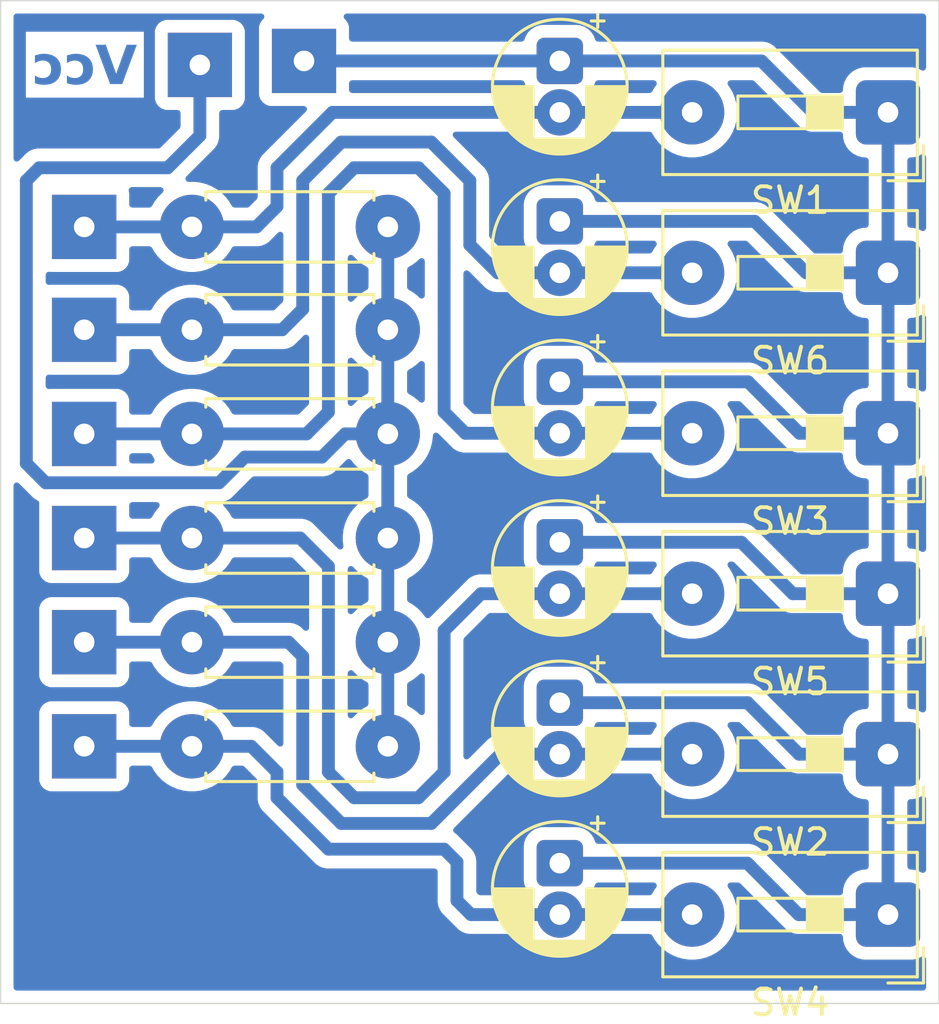
<source format=kicad_pcb>
(kicad_pcb (version 20241229) (generator "pcbnew") (generator_version "9.0")
  (layers (0 "F.Cu" signal) (2 "B.Cu" signal) (13 "F.Paste" user) (15 "B.Paste" user) (5 "F.SilkS" user "F.Silkscreen") (7 "B.SilkS" user "B.Silkscreen") (1 "F.Mask" user) (3 "B.Mask" user) (25 "Edge.Cuts" user))
  (net 0 "")
  (net 1 "Net-(5V1-Pin_1)")
  (net 2 "Net-(SW1A-B)")
  (net 3 "Net-(GND1-Pin_1)")
  (net 4 "Net-(SW2A-B)")
  (net 5 "Net-(SW3A-B)")
  (net 6 "Net-(SW4A-B)")
  (net 7 "Net-(SW5A-B)")
  (net 8 "Net-(SW6A-B)")
  (footprint "Library:PinHeader_1x01_P1.00mm_VerticalBIG" (layer "F.Cu") (at 142.5 23.3)
    (property "Reference" "TERMINAL1" (hide yes))
    (property "Value" "Out 5V/0V" (hide yes))
    (pad "1" thru_hole rect (at 0 0) (size 2.5 2.5) (drill 0.8) (layers "*.Cu" "*.Mask") (net 2 "Net-(SW1A-B)") (clearance 0))
  )
  (footprint "Library:PinHeader_1x01_P1.00mm_VerticalBIG" (layer "F.Cu") (at 142.5 43.5)
    (property "Reference" "TERMINAL2" (hide yes))
    (property "Value" "Out 5V/0V" (hide yes))
    (pad "1" thru_hole rect (at 0 0) (size 2.5 2.5) (drill 0.8) (layers "*.Cu" "*.Mask") (net 6 "Net-(SW4A-B)") (clearance 0))
  )
  (footprint "Library:R_Axial_DIN0207_L6.3mm_D2.5mm_P7.62mm_HorizontalBIG" (layer "F.Cu") (at 154.31 27.3 180)
    (property "Reference" "R6" (hide yes))
    (property "Value" "1K OHM" (hide yes))
    (pad "1" thru_hole circle (at 0 0 180) (size 2.5 2.5) (drill 0.8) (layers "*.Cu" "*.Mask") (net 1 "Net-(5V1-Pin_1)"))
    (pad "2" thru_hole circle (at 7.62 0 180) (size 2.5 2.5) (drill 0.8) (layers "*.Cu" "*.Mask") (net 8 "Net-(SW6A-B)"))
  )
  (footprint "Library:R_Axial_DIN0207_L6.3mm_D2.5mm_P7.62mm_HorizontalBIG" (layer "F.Cu") (at 154.31 35.4 180)
    (property "Reference" "R4" (hide yes))
    (property "Value" "1K OHM" (hide yes))
    (pad "1" thru_hole circle (at 0 0 180) (size 2.5 2.5) (drill 0.8) (layers "*.Cu" "*.Mask") (net 1 "Net-(5V1-Pin_1)"))
    (pad "2" thru_hole circle (at 7.62 0 180) (size 2.5 2.5) (drill 0.8) (layers "*.Cu" "*.Mask") (net 7 "Net-(SW5A-B)"))
  )
  (footprint "Library:PinHeader_1x01_P1.00mm_VerticalBIG" (layer "F.Cu") (at 142.5 27.3)
    (property "Reference" "TERMINAL6" (hide yes))
    (property "Value" "Out 5V/0V" (hide yes))
    (pad "1" thru_hole rect (at 0 0) (size 2.5 2.5) (drill 0.8) (layers "*.Cu" "*.Mask") (net 8 "Net-(SW6A-B)") (clearance 0))
  )
  (footprint "Library:PinHeader_1x01_P1.00mm_VerticalBIG" (layer "F.Cu") (at 142.5 35.4)
    (property "Reference" "TERMINAL4" (hide yes))
    (property "Value" "Out 5V/0V" (hide yes))
    (pad "1" thru_hole rect (at 0 0) (size 2.5 2.5) (drill 0.8) (layers "*.Cu" "*.Mask") (net 7 "Net-(SW5A-B)") (clearance 0))
  )
  (footprint "Library:R_Axial_DIN0207_L6.3mm_D2.5mm_P7.62mm_HorizontalBIG" (layer "F.Cu") (at 154.31 23.3 180)
    (property "Reference" "R1" (hide yes))
    (property "Value" "1K OHM" (hide yes))
    (pad "1" thru_hole circle (at 0 0 180) (size 2.5 2.5) (drill 0.8) (layers "*.Cu" "*.Mask") (net 1 "Net-(5V1-Pin_1)"))
    (pad "2" thru_hole circle (at 7.62 0 180) (size 2.5 2.5) (drill 0.8) (layers "*.Cu" "*.Mask") (net 2 "Net-(SW1A-B)"))
  )
  (footprint "Library:R_Axial_DIN0207_L6.3mm_D2.5mm_P7.62mm_HorizontalBIG" (layer "F.Cu") (at 154.31 31.35 180)
    (property "Reference" "R5" (hide yes))
    (property "Value" "1K OHM" (hide yes))
    (pad "1" thru_hole circle (at 0 0 180) (size 2.5 2.5) (drill 0.8) (layers "*.Cu" "*.Mask") (net 1 "Net-(5V1-Pin_1)"))
    (pad "2" thru_hole circle (at 7.62 0 180) (size 2.5 2.5) (drill 0.8) (layers "*.Cu" "*.Mask") (net 5 "Net-(SW3A-B)"))
  )
  (footprint "Library:CP_Radial_D5.0mm_P2.00mmBIG" (layer "F.Cu") (at 161 16.844888 -90)
    (property "Reference" "C1" (hide yes))
    (property "Value" "0.1uF" (hide yes))
    (pad "1" thru_hole roundrect (at 0 0 270) (size 1.8 1.8) (drill 0.8) (layers "*.Cu" "*.Mask") (roundrect_rratio 0.15625) (net 3 "Net-(GND1-Pin_1)"))
    (pad "2" thru_hole circle (at 2 0 270) (size 1.8 1.8) (drill 0.8) (layers "*.Cu" "*.Mask") (net 2 "Net-(SW1A-B)"))
  )
  (footprint "Library:PinHeader_1x01_P1.00mm_VerticalBIG" (layer "F.Cu") (at 151.05 16.844888 90)
    (property "Reference" "GND1" (hide yes))
    (property "Value" "~" (hide yes))
    (pad "1" thru_hole rect (at 0 0 90) (size 2.5 2.5) (drill 0.8) (layers "*.Cu" "*.Mask") (net 3 "Net-(GND1-Pin_1)") (clearance 0))
  )
  (footprint "Library:SW_DIP_SPSTx01_Slide_9.78x4.72mm_W7.62mm_P2.54mmBIG" (layer "F.Cu") (at 173.7675 43.804888 180)
    (property "Reference" "SW2" (at 3.81 -3.42 0) (layer "F.SilkS"))
    (property "Value" "SW_DPST_x2")
    (pad "1" thru_hole roundrect (at 0 0 180) (size 2.5 2.5) (drill 0.8) (layers "*.Cu" "*.Mask") (roundrect_rratio 0.15625) (net 3 "Net-(GND1-Pin_1)"))
    (pad "2" thru_hole circle (at 7.62 0 180) (size 2.5 2.5) (drill 0.8) (layers "*.Cu" "*.Mask") (net 4 "Net-(SW2A-B)"))
  )
  (footprint "Library:SW_DIP_SPSTx01_Slide_9.78x4.72mm_W7.62mm_P2.54mmBIG" (layer "F.Cu") (at 173.7675 25.084888 180)
    (property "Reference" "SW6" (at 3.81 -3.42 0) (layer "F.SilkS"))
    (property "Value" "SW_DPST_x2")
    (pad "1" thru_hole roundrect (at 0 0 180) (size 2.5 2.5) (drill 0.8) (layers "*.Cu" "*.Mask") (roundrect_rratio 0.15625) (net 3 "Net-(GND1-Pin_1)"))
    (pad "2" thru_hole circle (at 7.62 0 180) (size 2.5 2.5) (drill 0.8) (layers "*.Cu" "*.Mask") (net 8 "Net-(SW6A-B)"))
  )
  (footprint "Library:SW_DIP_SPSTx01_Slide_9.78x4.72mm_W7.62mm_P2.54mmBIG" (layer "F.Cu") (at 173.7675 37.564888 180)
    (property "Reference" "SW5" (at 3.81 -3.42 0) (layer "F.SilkS"))
    (property "Value" "SW_DPST_x2")
    (pad "1" thru_hole roundrect (at 0 0 180) (size 2.5 2.5) (drill 0.8) (layers "*.Cu" "*.Mask") (roundrect_rratio 0.15625) (net 3 "Net-(GND1-Pin_1)"))
    (pad "2" thru_hole circle (at 7.62 0 180) (size 2.5 2.5) (drill 0.8) (layers "*.Cu" "*.Mask") (net 7 "Net-(SW5A-B)"))
  )
  (footprint "Library:R_Axial_DIN0207_L6.3mm_D2.5mm_P7.62mm_HorizontalBIG" (layer "F.Cu") (at 154.31 39.45 180)
    (property "Reference" "R3" (hide yes))
    (property "Value" "1K OHM" (hide yes))
    (pad "1" thru_hole circle (at 0 0 180) (size 2.5 2.5) (drill 0.8) (layers "*.Cu" "*.Mask") (net 1 "Net-(5V1-Pin_1)"))
    (pad "2" thru_hole circle (at 7.62 0 180) (size 2.5 2.5) (drill 0.8) (layers "*.Cu" "*.Mask") (net 4 "Net-(SW2A-B)"))
  )
  (footprint "Library:SW_DIP_SPSTx01_Slide_9.78x4.72mm_W7.62mm_P2.54mmBIG" (layer "F.Cu") (at 173.7675 50.044888 180)
    (property "Reference" "SW4" (at 3.81 -3.42 0) (layer "F.SilkS"))
    (property "Value" "SW_DPST_x2")
    (pad "1" thru_hole roundrect (at 0 0 180) (size 2.5 2.5) (drill 0.8) (layers "*.Cu" "*.Mask") (roundrect_rratio 0.15625) (net 3 "Net-(GND1-Pin_1)"))
    (pad "2" thru_hole circle (at 7.62 0 180) (size 2.5 2.5) (drill 0.8) (layers "*.Cu" "*.Mask") (net 6 "Net-(SW4A-B)"))
  )
  (footprint "Library:CP_Radial_D5.0mm_P2.00mmBIG" (layer "F.Cu") (at 161 23.084888 -90)
    (property "Reference" "C6" (hide yes))
    (property "Value" "0.1uF" (hide yes))
    (pad "1" thru_hole roundrect (at 0 0 270) (size 1.8 1.8) (drill 0.8) (layers "*.Cu" "*.Mask") (roundrect_rratio 0.15625) (net 3 "Net-(GND1-Pin_1)"))
    (pad "2" thru_hole circle (at 2 0 270) (size 1.8 1.8) (drill 0.8) (layers "*.Cu" "*.Mask") (net 8 "Net-(SW6A-B)"))
  )
  (footprint "Library:CP_Radial_D5.0mm_P2.00mmBIG" (layer "F.Cu") (at 161 48.044888 -90)
    (property "Reference" "C2" (hide yes))
    (property "Value" "0.1uF" (hide yes))
    (pad "1" thru_hole roundrect (at 0 0 270) (size 1.8 1.8) (drill 0.8) (layers "*.Cu" "*.Mask") (roundrect_rratio 0.15625) (net 3 "Net-(GND1-Pin_1)"))
    (pad "2" thru_hole circle (at 2 0 270) (size 1.8 1.8) (drill 0.8) (layers "*.Cu" "*.Mask") (net 6 "Net-(SW4A-B)"))
  )
  (footprint "Library:CP_Radial_D5.0mm_P2.00mmBIG" (layer "F.Cu") (at 161 29.324888 -90)
    (property "Reference" "C5" (hide yes))
    (property "Value" "0.1uF" (hide yes))
    (pad "1" thru_hole roundrect (at 0 0 270) (size 1.8 1.8) (drill 0.8) (layers "*.Cu" "*.Mask") (roundrect_rratio 0.15625) (net 3 "Net-(GND1-Pin_1)"))
    (pad "2" thru_hole circle (at 2 0 270) (size 1.8 1.8) (drill 0.8) (layers "*.Cu" "*.Mask") (net 5 "Net-(SW3A-B)"))
  )
  (footprint "Library:CP_Radial_D5.0mm_P2.00mmBIG" (layer "F.Cu") (at 161 35.564888 -90)
    (property "Reference" "C4" (hide yes))
    (property "Value" "0.1uF" (hide yes))
    (pad "1" thru_hole roundrect (at 0 0 270) (size 1.8 1.8) (drill 0.8) (layers "*.Cu" "*.Mask") (roundrect_rratio 0.15625) (net 3 "Net-(GND1-Pin_1)"))
    (pad "2" thru_hole circle (at 2 0 270) (size 1.8 1.8) (drill 0.8) (layers "*.Cu" "*.Mask") (net 7 "Net-(SW5A-B)"))
  )
  (footprint "Library:PinHeader_1x01_P1.00mm_VerticalBIG" (layer "F.Cu") (at 147 17 90)
    (property "Reference" "5V1" (hide yes))
    (property "Value" "~" (hide yes))
    (pad "1" thru_hole rect (at 0 0 90) (size 2.5 2.5) (drill 0.8) (layers "*.Cu" "*.Mask") (net 1 "Net-(5V1-Pin_1)") (clearance 0))
  )
  (footprint "Library:CP_Radial_D5.0mm_P2.00mmBIG" (layer "F.Cu") (at 161 41.804888 -90)
    (property "Reference" "C3" (hide yes))
    (property "Value" "0.1uF" (hide yes))
    (pad "1" thru_hole roundrect (at 0 0 270) (size 1.8 1.8) (drill 0.8) (layers "*.Cu" "*.Mask") (roundrect_rratio 0.15625) (net 3 "Net-(GND1-Pin_1)"))
    (pad "2" thru_hole circle (at 2 0 270) (size 1.8 1.8) (drill 0.8) (layers "*.Cu" "*.Mask") (net 4 "Net-(SW2A-B)"))
  )
  (footprint "Library:SW_DIP_SPSTx01_Slide_9.78x4.72mm_W7.62mm_P2.54mmBIG" (layer "F.Cu") (at 173.7675 31.324888 180)
    (property "Reference" "SW3" (at 3.81 -3.42 0) (layer "F.SilkS"))
    (property "Value" "SW_DPST_x2")
    (pad "1" thru_hole roundrect (at 0 0 180) (size 2.5 2.5) (drill 0.8) (layers "*.Cu" "*.Mask") (roundrect_rratio 0.15625) (net 3 "Net-(GND1-Pin_1)"))
    (pad "2" thru_hole circle (at 7.62 0 180) (size 2.5 2.5) (drill 0.8) (layers "*.Cu" "*.Mask") (net 5 "Net-(SW3A-B)"))
  )
  (footprint "Library:R_Axial_DIN0207_L6.3mm_D2.5mm_P7.62mm_HorizontalBIG" (layer "F.Cu") (at 154.31 43.5 180)
    (property "Reference" "R2" (hide yes))
    (property "Value" "1K OHM" (hide yes))
    (pad "1" thru_hole circle (at 0 0 180) (size 2.5 2.5) (drill 0.8) (layers "*.Cu" "*.Mask") (net 1 "Net-(5V1-Pin_1)"))
    (pad "2" thru_hole circle (at 7.62 0 180) (size 2.5 2.5) (drill 0.8) (layers "*.Cu" "*.Mask") (net 6 "Net-(SW4A-B)"))
  )
  (footprint "Library:PinHeader_1x01_P1.00mm_VerticalBIG" (layer "F.Cu") (at 142.5 31.35)
    (property "Reference" "TERMINAL5" (hide yes))
    (property "Value" "Out 5V/0V" (hide yes))
    (pad "1" thru_hole rect (at 0 0) (size 2.5 2.5) (drill 0.8) (layers "*.Cu" "*.Mask") (net 5 "Net-(SW3A-B)") (clearance 0))
  )
  (footprint "Library:PinHeader_1x01_P1.00mm_VerticalBIG" (layer "F.Cu") (at 142.5 39.45)
    (property "Reference" "TERMINAL3" (hide yes))
    (property "Value" "Out 5V/0V" (hide yes))
    (pad "1" thru_hole rect (at 0 0) (size 2.5 2.5) (drill 0.8) (layers "*.Cu" "*.Mask") (net 4 "Net-(SW2A-B)") (clearance 0))
  )
  (footprint "Library:SW_DIP_SPSTx01_Slide_9.78x4.72mm_W7.62mm_P2.54mmBIG" (layer "F.Cu") (at 173.7675 18.844888 180)
    (property "Reference" "SW1" (at 3.81 -3.42 0) (layer "F.SilkS"))
    (property "Value" "SW_DPST_x2")
    (pad "1" thru_hole roundrect (at 0 0 180) (size 2.5 2.5) (drill 0.8) (layers "*.Cu" "*.Mask") (roundrect_rratio 0.15625) (net 3 "Net-(GND1-Pin_1)"))
    (pad "2" thru_hole circle (at 7.62 0 180) (size 2.5 2.5) (drill 0.8) (layers "*.Cu" "*.Mask") (net 2 "Net-(SW1A-B)"))
  )
  (gr_rect (start 139.25 14.5) (end 175.75 53.5) (stroke (width 0.05)) (fill no) (layer "Edge.Cuts"))
  (gr_text "Vcc" (at 142.5 18 0) (layer "B.Cu") (effects (font (size 1.5 1.5) (thickness 0.2) (bold yes)) (justify bottom mirror)))
  (segment (start 140.25 21.5) (end 140.25 32.5) (width 0.5) (layer "B.Cu") (net 1))
  (segment (start 154.31 39.45) (end 154.31 43.5) (width 0.5) (layer "B.Cu") (net 1))
  (segment (start 154.31 23.3) (end 154.31 27.3) (width 0.5) (layer "B.Cu") (net 1))
  (segment (start 154.31 31.35) (end 154.31 35.4) (width 0.5) (layer "B.Cu") (net 1))
  (segment (start 154.31 27.3) (end 154.31 31.35) (width 0.5) (layer "B.Cu") (net 1))
  (segment (start 148.75 32.25) (end 151.75 32.25) (width 0.5) (layer "B.Cu") (net 1))
  (segment (start 147 17) (end 147 19.75) (width 0.5) (layer "B.Cu") (net 1))
  (segment (start 140.75 21) (end 140.25 21.5) (width 0.5) (layer "B.Cu") (net 1))
  (segment (start 140.25 32.5) (end 141 33.25) (width 0.5) (layer "B.Cu") (net 1))
  (segment (start 147 19.75) (end 145.75 21) (width 0.5) (layer "B.Cu") (net 1))
  (segment (start 141 33.25) (end 147.75 33.25) (width 0.5) (layer "B.Cu") (net 1))
  (segment (start 154.31 35.4) (end 154.31 39.45) (width 0.5) (layer "B.Cu") (net 1))
  (segment (start 147.75 33.25) (end 148.75 32.25) (width 0.5) (layer "B.Cu") (net 1))
  (segment (start 151.75 32.25) (end 152.65 31.35) (width 0.5) (layer "B.Cu") (net 1))
  (segment (start 145.75 21) (end 140.75 21) (width 0.5) (layer "B.Cu") (net 1))
  (segment (start 152.65 31.35) (end 154.31 31.35) (width 0.5) (layer "B.Cu") (net 1))
  (segment (start 150 21) (end 152.155112 18.844888) (width 0.5) (layer "B.Cu") (net 2))
  (segment (start 142.7 23.3) (end 142.5 23.5) (width 0.5) (layer "B.Cu") (net 2))
  (segment (start 142.5 23.3) (end 146.69 23.3) (width 0.5) (layer "B.Cu") (net 2))
  (segment (start 150 22.5) (end 150 21) (width 0.5) (layer "B.Cu") (net 2))
  (segment (start 149.2 23.3) (end 150 22.5) (width 0.5) (layer "B.Cu") (net 2))
  (segment (start 152.155112 18.844888) (end 161 18.844888) (width 0.5) (layer "B.Cu") (net 2))
  (segment (start 146.69 23.3) (end 149.2 23.3) (width 0.5) (layer "B.Cu") (net 2))
  (segment (start 161 18.844888) (end 166.1475 18.844888) (width 0.5) (layer "B.Cu") (net 2))
  (segment (start 168.304888 41.804888) (end 170.304888 43.804888) (width 0.5) (layer "B.Cu") (net 3))
  (segment (start 168.584888 23.084888) (end 170.584888 25.084888) (width 0.5) (layer "B.Cu") (net 3))
  (segment (start 173.7675 43.804888) (end 173.7675 37.564888) (width 0.5) (layer "B.Cu") (net 3))
  (segment (start 173.7675 50.044888) (end 173.7675 43.804888) (width 0.5) (layer "B.Cu") (net 3))
  (segment (start 170.304888 43.804888) (end 173.7675 43.804888) (width 0.5) (layer "B.Cu") (net 3))
  (segment (start 173.7675 31.324888) (end 173.7675 25.084888) (width 0.5) (layer "B.Cu") (net 3))
  (segment (start 168.064888 35.564888) (end 170.064888 37.564888) (width 0.5) (layer "B.Cu") (net 3))
  (segment (start 173.7675 25.084888) (end 173.7675 18.844888) (width 0.5) (layer "B.Cu") (net 3))
  (segment (start 170.844888 18.844888) (end 173.7675 18.844888) (width 0.5) (layer "B.Cu") (net 3))
  (segment (start 161 35.564888) (end 168.064888 35.564888) (width 0.5) (layer "B.Cu") (net 3))
  (segment (start 168.294888 48.044888) (end 170.294888 50.044888) (width 0.5) (layer "B.Cu") (net 3))
  (segment (start 173.7675 37.564888) (end 173.7675 31.324888) (width 0.5) (layer "B.Cu") (net 3))
  (segment (start 161 41.804888) (end 168.304888 41.804888) (width 0.5) (layer "B.Cu") (net 3))
  (segment (start 170.064888 37.564888) (end 173.7675 37.564888) (width 0.5) (layer "B.Cu") (net 3))
  (segment (start 151.05 16.844888) (end 161 16.844888) (width 0.5) (layer "B.Cu") (net 3))
  (segment (start 170.294888 50.044888) (end 173.7675 50.044888) (width 0.5) (layer "B.Cu") (net 3))
  (segment (start 161 23.084888) (end 168.584888 23.084888) (width 0.5) (layer "B.Cu") (net 3))
  (segment (start 168.844888 16.844888) (end 170.844888 18.844888) (width 0.5) (layer "B.Cu") (net 3))
  (segment (start 170.324888 31.324888) (end 173.7675 31.324888) (width 0.5) (layer "B.Cu") (net 3))
  (segment (start 161 29.324888) (end 168.324888 29.324888) (width 0.5) (layer "B.Cu") (net 3))
  (segment (start 168.324888 29.324888) (end 170.324888 31.324888) (width 0.5) (layer "B.Cu") (net 3))
  (segment (start 161 16.844888) (end 168.844888 16.844888) (width 0.5) (layer "B.Cu") (net 3))
  (segment (start 161 48.044888) (end 168.294888 48.044888) (width 0.5) (layer "B.Cu") (net 3))
  (segment (start 170.584888 25.084888) (end 173.7675 25.084888) (width 0.5) (layer "B.Cu") (net 3))
  (segment (start 142.525 39.45) (end 142.475 39.5) (width 0.5) (layer "B.Cu") (net 4))
  (segment (start 142.5 39.45) (end 146.69 39.45) (width 0.5) (layer "B.Cu") (net 4))
  (segment (start 161 43.804888) (end 166.1475 43.804888) (width 0.5) (layer "B.Cu") (net 4))
  (segment (start 158.695112 43.804888) (end 161 43.804888) (width 0.5) (layer "B.Cu") (net 4))
  (segment (start 146.69 39.45) (end 150.45 39.45) (width 0.5) (layer "B.Cu") (net 4))
  (segment (start 156 46.5) (end 158.695112 43.804888) (width 0.5) (layer "B.Cu") (net 4))
  (segment (start 152.5 46.5) (end 156 46.5) (width 0.5) (layer "B.Cu") (net 4))
  (segment (start 151 45) (end 152.5 46.5) (width 0.5) (layer "B.Cu") (net 4))
  (segment (start 150.45 39.45) (end 151 40) (width 0.5) (layer "B.Cu") (net 4))
  (segment (start 151 40) (end 151 45) (width 0.5) (layer "B.Cu") (net 4))
  (segment (start 152 22) (end 153 21) (width 0.5) (layer "B.Cu") (net 5))
  (segment (start 146.69 31.35) (end 151.15 31.35) (width 0.5) (layer "B.Cu") (net 5))
  (segment (start 151.15 31.35) (end 152 30.5) (width 0.5) (layer "B.Cu") (net 5))
  (segment (start 152 30.5) (end 152 22) (width 0.5) (layer "B.Cu") (net 5))
  (segment (start 166.1475 31.324888) (end 161 31.324888) (width 0.5) (layer "B.Cu") (net 5))
  (segment (start 156.5 30.5) (end 157.324888 31.324888) (width 0.5) (layer "B.Cu") (net 5))
  (segment (start 156.5 22) (end 156.5 30.5) (width 0.5) (layer "B.Cu") (net 5))
  (segment (start 142.575 31.35) (end 142.425 31.5) (width 0.5) (layer "B.Cu") (net 5))
  (segment (start 142.5 31.35) (end 146.69 31.35) (width 0.5) (layer "B.Cu") (net 5))
  (segment (start 153 21) (end 155.5 21) (width 0.5) (layer "B.Cu") (net 5))
  (segment (start 157.324888 31.324888) (end 161 31.324888) (width 0.5) (layer "B.Cu") (net 5))
  (segment (start 155.5 21) (end 156.5 22) (width 0.5) (layer "B.Cu") (net 5))
  (segment (start 157 49.5) (end 157.544888 50.044888) (width 0.5) (layer "B.Cu") (net 6))
  (segment (start 149 43.5) (end 150 44.5) (width 0.5) (layer "B.Cu") (net 6))
  (segment (start 157.544888 50.044888) (end 161 50.044888) (width 0.5) (layer "B.Cu") (net 6))
  (segment (start 150 45.5) (end 152 47.5) (width 0.5) (layer "B.Cu") (net 6))
  (segment (start 161 50.044888) (end 166.1475 50.044888) (width 0.5) (layer "B.Cu") (net 6))
  (segment (start 142.5 43.5) (end 146.69 43.5) (width 0.5) (layer "B.Cu") (net 6))
  (segment (start 156.5 47.5) (end 157 48) (width 0.5) (layer "B.Cu") (net 6))
  (segment (start 152 47.5) (end 156.5 47.5) (width 0.5) (layer "B.Cu") (net 6))
  (segment (start 157 48) (end 157 49.5) (width 0.5) (layer "B.Cu") (net 6))
  (segment (start 146.69 43.5) (end 149 43.5) (width 0.5) (layer "B.Cu") (net 6))
  (segment (start 150 44.5) (end 150 45.5) (width 0.5) (layer "B.Cu") (net 6))
  (segment (start 157.935112 37.564888) (end 161 37.564888) (width 0.5) (layer "B.Cu") (net 7))
  (segment (start 166.1475 37.564888) (end 161 37.564888) (width 0.5) (layer "B.Cu") (net 7))
  (segment (start 153 45.5) (end 155.5 45.5) (width 0.5) (layer "B.Cu") (net 7))
  (segment (start 152 44.5) (end 153 45.5) (width 0.5) (layer "B.Cu") (net 7))
  (segment (start 142.55 35.4) (end 142.45 35.5) (width 0.5) (layer "B.Cu") (net 7))
  (segment (start 156.5 39) (end 157.935112 37.564888) (width 0.5) (layer "B.Cu") (net 7))
  (segment (start 155.5 45.5) (end 156.5 44.5) (width 0.5) (layer "B.Cu") (net 7))
  (segment (start 152 36.5) (end 152 44.5) (width 0.5) (layer "B.Cu") (net 7))
  (segment (start 146.69 35.4) (end 150.9 35.4) (width 0.5) (layer "B.Cu") (net 7))
  (segment (start 150.9 35.4) (end 152 36.5) (width 0.5) (layer "B.Cu") (net 7))
  (segment (start 156.5 44.5) (end 156.5 39) (width 0.5) (layer "B.Cu") (net 7))
  (segment (start 142.5 35.4) (end 146.69 35.4) (width 0.5) (layer "B.Cu") (net 7))
  (segment (start 150.2 27.3) (end 151 26.5) (width 0.5) (layer "B.Cu") (net 8))
  (segment (start 151 21.5) (end 152.5 20) (width 0.5) (layer "B.Cu") (net 8))
  (segment (start 146.69 27.3) (end 150.2 27.3) (width 0.5) (layer "B.Cu") (net 8))
  (segment (start 157.5 24) (end 158.584888 25.084888) (width 0.5) (layer "B.Cu") (net 8))
  (segment (start 158.584888 25.084888) (end 161 25.084888) (width 0.5) (layer "B.Cu") (net 8))
  (segment (start 157.5 21.5) (end 157.5 24) (width 0.5) (layer "B.Cu") (net 8))
  (segment (start 152.5 20) (end 156 20) (width 0.5) (layer "B.Cu") (net 8))
  (segment (start 156 20) (end 157.5 21.5) (width 0.5) (layer "B.Cu") (net 8))
  (segment (start 161 25.084888) (end 166.1475 25.084888) (width 0.5) (layer "B.Cu") (net 8))
  (segment (start 142.6 27.3) (end 142.4 27.5) (width 0.5) (layer "B.Cu") (net 8))
  (segment (start 151 26.5) (end 151 21.5) (width 0.5) (layer "B.Cu") (net 8))
  (segment (start 142.5 27.3) (end 146.69 27.3) (width 0.5) (layer "B.Cu") (net 8))
  (zone (net 0) (net_name "") (layer "B.Cu") (connect_pads (clearance 0.5)) (min_thickness 0.25) (fill yes (thermal_gap 0.5) (thermal_bridge_width 0.5) (island_removal_mode 1) (island_area_min 10))
    (polygon (pts (xy 139.25 53.5) (xy 139.25 14.5) (xy 175.75 14.5) (xy 175.75 53.5)))
  )
)
</source>
